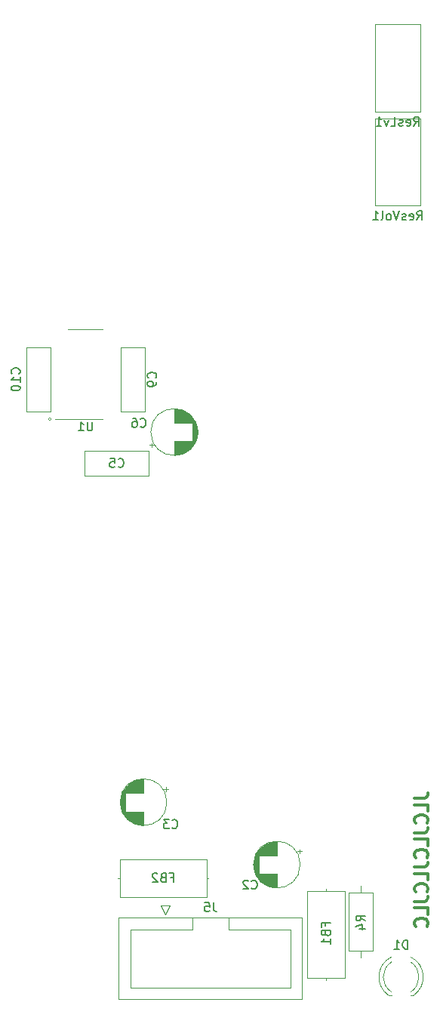
<source format=gbo>
G04 #@! TF.GenerationSoftware,KiCad,Pcbnew,7.0.11-7.0.11~ubuntu22.04.1*
G04 #@! TF.CreationDate,2024-10-19T21:35:02+01:00*
G04 #@! TF.ProjectId,MS20-VCF,4d533230-2d56-4434-962e-6b696361645f,rev?*
G04 #@! TF.SameCoordinates,Original*
G04 #@! TF.FileFunction,Legend,Bot*
G04 #@! TF.FilePolarity,Positive*
%FSLAX46Y46*%
G04 Gerber Fmt 4.6, Leading zero omitted, Abs format (unit mm)*
G04 Created by KiCad (PCBNEW 7.0.11-7.0.11~ubuntu22.04.1) date 2024-10-19 21:35:02*
%MOMM*%
%LPD*%
G01*
G04 APERTURE LIST*
%ADD10C,0.120000*%
%ADD11C,0.300000*%
%ADD12C,0.150000*%
%ADD13C,1.600000*%
%ADD14C,4.000000*%
%ADD15C,1.800000*%
%ADD16R,1.600000X1.600000*%
%ADD17O,1.600000X1.600000*%
%ADD18R,1.930000X1.830000*%
%ADD19C,2.130000*%
%ADD20R,1.500000X1.500000*%
%ADD21C,1.500000*%
%ADD22O,3.700000X2.400000*%
%ADD23R,1.800000X1.800000*%
%ADD24C,2.000000*%
%ADD25O,2.000000X2.000000*%
%ADD26C,1.700000*%
%ADD27C,1.440000*%
G04 APERTURE END LIST*
D10*
X42141421Y-81060000D02*
G75*
G03*
X41858579Y-81060000I-141421J0D01*
G01*
X41858579Y-81060000D02*
G75*
G03*
X42141421Y-81060000I141421J0D01*
G01*
D11*
X82928328Y-123571428D02*
X83999757Y-123571428D01*
X83999757Y-123571428D02*
X84214042Y-123499999D01*
X84214042Y-123499999D02*
X84356900Y-123357142D01*
X84356900Y-123357142D02*
X84428328Y-123142856D01*
X84428328Y-123142856D02*
X84428328Y-122999999D01*
X84428328Y-124999999D02*
X84428328Y-124285713D01*
X84428328Y-124285713D02*
X82928328Y-124285713D01*
X84285471Y-126357142D02*
X84356900Y-126285714D01*
X84356900Y-126285714D02*
X84428328Y-126071428D01*
X84428328Y-126071428D02*
X84428328Y-125928571D01*
X84428328Y-125928571D02*
X84356900Y-125714285D01*
X84356900Y-125714285D02*
X84214042Y-125571428D01*
X84214042Y-125571428D02*
X84071185Y-125499999D01*
X84071185Y-125499999D02*
X83785471Y-125428571D01*
X83785471Y-125428571D02*
X83571185Y-125428571D01*
X83571185Y-125428571D02*
X83285471Y-125499999D01*
X83285471Y-125499999D02*
X83142614Y-125571428D01*
X83142614Y-125571428D02*
X82999757Y-125714285D01*
X82999757Y-125714285D02*
X82928328Y-125928571D01*
X82928328Y-125928571D02*
X82928328Y-126071428D01*
X82928328Y-126071428D02*
X82999757Y-126285714D01*
X82999757Y-126285714D02*
X83071185Y-126357142D01*
X82928328Y-127428571D02*
X83999757Y-127428571D01*
X83999757Y-127428571D02*
X84214042Y-127357142D01*
X84214042Y-127357142D02*
X84356900Y-127214285D01*
X84356900Y-127214285D02*
X84428328Y-126999999D01*
X84428328Y-126999999D02*
X84428328Y-126857142D01*
X84428328Y-128857142D02*
X84428328Y-128142856D01*
X84428328Y-128142856D02*
X82928328Y-128142856D01*
X84285471Y-130214285D02*
X84356900Y-130142857D01*
X84356900Y-130142857D02*
X84428328Y-129928571D01*
X84428328Y-129928571D02*
X84428328Y-129785714D01*
X84428328Y-129785714D02*
X84356900Y-129571428D01*
X84356900Y-129571428D02*
X84214042Y-129428571D01*
X84214042Y-129428571D02*
X84071185Y-129357142D01*
X84071185Y-129357142D02*
X83785471Y-129285714D01*
X83785471Y-129285714D02*
X83571185Y-129285714D01*
X83571185Y-129285714D02*
X83285471Y-129357142D01*
X83285471Y-129357142D02*
X83142614Y-129428571D01*
X83142614Y-129428571D02*
X82999757Y-129571428D01*
X82999757Y-129571428D02*
X82928328Y-129785714D01*
X82928328Y-129785714D02*
X82928328Y-129928571D01*
X82928328Y-129928571D02*
X82999757Y-130142857D01*
X82999757Y-130142857D02*
X83071185Y-130214285D01*
X82928328Y-131285714D02*
X83999757Y-131285714D01*
X83999757Y-131285714D02*
X84214042Y-131214285D01*
X84214042Y-131214285D02*
X84356900Y-131071428D01*
X84356900Y-131071428D02*
X84428328Y-130857142D01*
X84428328Y-130857142D02*
X84428328Y-130714285D01*
X84428328Y-132714285D02*
X84428328Y-131999999D01*
X84428328Y-131999999D02*
X82928328Y-131999999D01*
X84285471Y-134071428D02*
X84356900Y-134000000D01*
X84356900Y-134000000D02*
X84428328Y-133785714D01*
X84428328Y-133785714D02*
X84428328Y-133642857D01*
X84428328Y-133642857D02*
X84356900Y-133428571D01*
X84356900Y-133428571D02*
X84214042Y-133285714D01*
X84214042Y-133285714D02*
X84071185Y-133214285D01*
X84071185Y-133214285D02*
X83785471Y-133142857D01*
X83785471Y-133142857D02*
X83571185Y-133142857D01*
X83571185Y-133142857D02*
X83285471Y-133214285D01*
X83285471Y-133214285D02*
X83142614Y-133285714D01*
X83142614Y-133285714D02*
X82999757Y-133428571D01*
X82999757Y-133428571D02*
X82928328Y-133642857D01*
X82928328Y-133642857D02*
X82928328Y-133785714D01*
X82928328Y-133785714D02*
X82999757Y-134000000D01*
X82999757Y-134000000D02*
X83071185Y-134071428D01*
X82928328Y-135142857D02*
X83999757Y-135142857D01*
X83999757Y-135142857D02*
X84214042Y-135071428D01*
X84214042Y-135071428D02*
X84356900Y-134928571D01*
X84356900Y-134928571D02*
X84428328Y-134714285D01*
X84428328Y-134714285D02*
X84428328Y-134571428D01*
X84428328Y-136571428D02*
X84428328Y-135857142D01*
X84428328Y-135857142D02*
X82928328Y-135857142D01*
X84285471Y-137928571D02*
X84356900Y-137857143D01*
X84356900Y-137857143D02*
X84428328Y-137642857D01*
X84428328Y-137642857D02*
X84428328Y-137500000D01*
X84428328Y-137500000D02*
X84356900Y-137285714D01*
X84356900Y-137285714D02*
X84214042Y-137142857D01*
X84214042Y-137142857D02*
X84071185Y-137071428D01*
X84071185Y-137071428D02*
X83785471Y-137000000D01*
X83785471Y-137000000D02*
X83571185Y-137000000D01*
X83571185Y-137000000D02*
X83285471Y-137071428D01*
X83285471Y-137071428D02*
X83142614Y-137142857D01*
X83142614Y-137142857D02*
X82999757Y-137285714D01*
X82999757Y-137285714D02*
X82928328Y-137500000D01*
X82928328Y-137500000D02*
X82928328Y-137642857D01*
X82928328Y-137642857D02*
X82999757Y-137857143D01*
X82999757Y-137857143D02*
X83071185Y-137928571D01*
D12*
X64616666Y-133659580D02*
X64664285Y-133707200D01*
X64664285Y-133707200D02*
X64807142Y-133754819D01*
X64807142Y-133754819D02*
X64902380Y-133754819D01*
X64902380Y-133754819D02*
X65045237Y-133707200D01*
X65045237Y-133707200D02*
X65140475Y-133611961D01*
X65140475Y-133611961D02*
X65188094Y-133516723D01*
X65188094Y-133516723D02*
X65235713Y-133326247D01*
X65235713Y-133326247D02*
X65235713Y-133183390D01*
X65235713Y-133183390D02*
X65188094Y-132992914D01*
X65188094Y-132992914D02*
X65140475Y-132897676D01*
X65140475Y-132897676D02*
X65045237Y-132802438D01*
X65045237Y-132802438D02*
X64902380Y-132754819D01*
X64902380Y-132754819D02*
X64807142Y-132754819D01*
X64807142Y-132754819D02*
X64664285Y-132802438D01*
X64664285Y-132802438D02*
X64616666Y-132850057D01*
X64235713Y-132850057D02*
X64188094Y-132802438D01*
X64188094Y-132802438D02*
X64092856Y-132754819D01*
X64092856Y-132754819D02*
X63854761Y-132754819D01*
X63854761Y-132754819D02*
X63759523Y-132802438D01*
X63759523Y-132802438D02*
X63711904Y-132850057D01*
X63711904Y-132850057D02*
X63664285Y-132945295D01*
X63664285Y-132945295D02*
X63664285Y-133040533D01*
X63664285Y-133040533D02*
X63711904Y-133183390D01*
X63711904Y-133183390D02*
X64283332Y-133754819D01*
X64283332Y-133754819D02*
X63664285Y-133754819D01*
X55711553Y-126859580D02*
X55759172Y-126907200D01*
X55759172Y-126907200D02*
X55902029Y-126954819D01*
X55902029Y-126954819D02*
X55997267Y-126954819D01*
X55997267Y-126954819D02*
X56140124Y-126907200D01*
X56140124Y-126907200D02*
X56235362Y-126811961D01*
X56235362Y-126811961D02*
X56282981Y-126716723D01*
X56282981Y-126716723D02*
X56330600Y-126526247D01*
X56330600Y-126526247D02*
X56330600Y-126383390D01*
X56330600Y-126383390D02*
X56282981Y-126192914D01*
X56282981Y-126192914D02*
X56235362Y-126097676D01*
X56235362Y-126097676D02*
X56140124Y-126002438D01*
X56140124Y-126002438D02*
X55997267Y-125954819D01*
X55997267Y-125954819D02*
X55902029Y-125954819D01*
X55902029Y-125954819D02*
X55759172Y-126002438D01*
X55759172Y-126002438D02*
X55711553Y-126050057D01*
X55378219Y-125954819D02*
X54759172Y-125954819D01*
X54759172Y-125954819D02*
X55092505Y-126335771D01*
X55092505Y-126335771D02*
X54949648Y-126335771D01*
X54949648Y-126335771D02*
X54854410Y-126383390D01*
X54854410Y-126383390D02*
X54806791Y-126431009D01*
X54806791Y-126431009D02*
X54759172Y-126526247D01*
X54759172Y-126526247D02*
X54759172Y-126764342D01*
X54759172Y-126764342D02*
X54806791Y-126859580D01*
X54806791Y-126859580D02*
X54854410Y-126907200D01*
X54854410Y-126907200D02*
X54949648Y-126954819D01*
X54949648Y-126954819D02*
X55235362Y-126954819D01*
X55235362Y-126954819D02*
X55330600Y-126907200D01*
X55330600Y-126907200D02*
X55378219Y-126859580D01*
X52166666Y-81859580D02*
X52214285Y-81907200D01*
X52214285Y-81907200D02*
X52357142Y-81954819D01*
X52357142Y-81954819D02*
X52452380Y-81954819D01*
X52452380Y-81954819D02*
X52595237Y-81907200D01*
X52595237Y-81907200D02*
X52690475Y-81811961D01*
X52690475Y-81811961D02*
X52738094Y-81716723D01*
X52738094Y-81716723D02*
X52785713Y-81526247D01*
X52785713Y-81526247D02*
X52785713Y-81383390D01*
X52785713Y-81383390D02*
X52738094Y-81192914D01*
X52738094Y-81192914D02*
X52690475Y-81097676D01*
X52690475Y-81097676D02*
X52595237Y-81002438D01*
X52595237Y-81002438D02*
X52452380Y-80954819D01*
X52452380Y-80954819D02*
X52357142Y-80954819D01*
X52357142Y-80954819D02*
X52214285Y-81002438D01*
X52214285Y-81002438D02*
X52166666Y-81050057D01*
X51309523Y-80954819D02*
X51499999Y-80954819D01*
X51499999Y-80954819D02*
X51595237Y-81002438D01*
X51595237Y-81002438D02*
X51642856Y-81050057D01*
X51642856Y-81050057D02*
X51738094Y-81192914D01*
X51738094Y-81192914D02*
X51785713Y-81383390D01*
X51785713Y-81383390D02*
X51785713Y-81764342D01*
X51785713Y-81764342D02*
X51738094Y-81859580D01*
X51738094Y-81859580D02*
X51690475Y-81907200D01*
X51690475Y-81907200D02*
X51595237Y-81954819D01*
X51595237Y-81954819D02*
X51404761Y-81954819D01*
X51404761Y-81954819D02*
X51309523Y-81907200D01*
X51309523Y-81907200D02*
X51261904Y-81859580D01*
X51261904Y-81859580D02*
X51214285Y-81764342D01*
X51214285Y-81764342D02*
X51214285Y-81526247D01*
X51214285Y-81526247D02*
X51261904Y-81431009D01*
X51261904Y-81431009D02*
X51309523Y-81383390D01*
X51309523Y-81383390D02*
X51404761Y-81335771D01*
X51404761Y-81335771D02*
X51595237Y-81335771D01*
X51595237Y-81335771D02*
X51690475Y-81383390D01*
X51690475Y-81383390D02*
X51738094Y-81431009D01*
X51738094Y-81431009D02*
X51785713Y-81526247D01*
X82138094Y-140454819D02*
X82138094Y-139454819D01*
X82138094Y-139454819D02*
X81899999Y-139454819D01*
X81899999Y-139454819D02*
X81757142Y-139502438D01*
X81757142Y-139502438D02*
X81661904Y-139597676D01*
X81661904Y-139597676D02*
X81614285Y-139692914D01*
X81614285Y-139692914D02*
X81566666Y-139883390D01*
X81566666Y-139883390D02*
X81566666Y-140026247D01*
X81566666Y-140026247D02*
X81614285Y-140216723D01*
X81614285Y-140216723D02*
X81661904Y-140311961D01*
X81661904Y-140311961D02*
X81757142Y-140407200D01*
X81757142Y-140407200D02*
X81899999Y-140454819D01*
X81899999Y-140454819D02*
X82138094Y-140454819D01*
X80614285Y-140454819D02*
X81185713Y-140454819D01*
X80899999Y-140454819D02*
X80899999Y-139454819D01*
X80899999Y-139454819D02*
X80995237Y-139597676D01*
X80995237Y-139597676D02*
X81090475Y-139692914D01*
X81090475Y-139692914D02*
X81185713Y-139740533D01*
X55533333Y-132431009D02*
X55866666Y-132431009D01*
X55866666Y-132954819D02*
X55866666Y-131954819D01*
X55866666Y-131954819D02*
X55390476Y-131954819D01*
X54676190Y-132431009D02*
X54533333Y-132478628D01*
X54533333Y-132478628D02*
X54485714Y-132526247D01*
X54485714Y-132526247D02*
X54438095Y-132621485D01*
X54438095Y-132621485D02*
X54438095Y-132764342D01*
X54438095Y-132764342D02*
X54485714Y-132859580D01*
X54485714Y-132859580D02*
X54533333Y-132907200D01*
X54533333Y-132907200D02*
X54628571Y-132954819D01*
X54628571Y-132954819D02*
X55009523Y-132954819D01*
X55009523Y-132954819D02*
X55009523Y-131954819D01*
X55009523Y-131954819D02*
X54676190Y-131954819D01*
X54676190Y-131954819D02*
X54580952Y-132002438D01*
X54580952Y-132002438D02*
X54533333Y-132050057D01*
X54533333Y-132050057D02*
X54485714Y-132145295D01*
X54485714Y-132145295D02*
X54485714Y-132240533D01*
X54485714Y-132240533D02*
X54533333Y-132335771D01*
X54533333Y-132335771D02*
X54580952Y-132383390D01*
X54580952Y-132383390D02*
X54676190Y-132431009D01*
X54676190Y-132431009D02*
X55009523Y-132431009D01*
X54057142Y-132050057D02*
X54009523Y-132002438D01*
X54009523Y-132002438D02*
X53914285Y-131954819D01*
X53914285Y-131954819D02*
X53676190Y-131954819D01*
X53676190Y-131954819D02*
X53580952Y-132002438D01*
X53580952Y-132002438D02*
X53533333Y-132050057D01*
X53533333Y-132050057D02*
X53485714Y-132145295D01*
X53485714Y-132145295D02*
X53485714Y-132240533D01*
X53485714Y-132240533D02*
X53533333Y-132383390D01*
X53533333Y-132383390D02*
X54104761Y-132954819D01*
X54104761Y-132954819D02*
X53485714Y-132954819D01*
X60333333Y-135254819D02*
X60333333Y-135969104D01*
X60333333Y-135969104D02*
X60380952Y-136111961D01*
X60380952Y-136111961D02*
X60476190Y-136207200D01*
X60476190Y-136207200D02*
X60619047Y-136254819D01*
X60619047Y-136254819D02*
X60714285Y-136254819D01*
X59380952Y-135254819D02*
X59857142Y-135254819D01*
X59857142Y-135254819D02*
X59904761Y-135731009D01*
X59904761Y-135731009D02*
X59857142Y-135683390D01*
X59857142Y-135683390D02*
X59761904Y-135635771D01*
X59761904Y-135635771D02*
X59523809Y-135635771D01*
X59523809Y-135635771D02*
X59428571Y-135683390D01*
X59428571Y-135683390D02*
X59380952Y-135731009D01*
X59380952Y-135731009D02*
X59333333Y-135826247D01*
X59333333Y-135826247D02*
X59333333Y-136064342D01*
X59333333Y-136064342D02*
X59380952Y-136159580D01*
X59380952Y-136159580D02*
X59428571Y-136207200D01*
X59428571Y-136207200D02*
X59523809Y-136254819D01*
X59523809Y-136254819D02*
X59761904Y-136254819D01*
X59761904Y-136254819D02*
X59857142Y-136207200D01*
X59857142Y-136207200D02*
X59904761Y-136159580D01*
X82815714Y-48169819D02*
X83149047Y-47693628D01*
X83387142Y-48169819D02*
X83387142Y-47169819D01*
X83387142Y-47169819D02*
X83006190Y-47169819D01*
X83006190Y-47169819D02*
X82910952Y-47217438D01*
X82910952Y-47217438D02*
X82863333Y-47265057D01*
X82863333Y-47265057D02*
X82815714Y-47360295D01*
X82815714Y-47360295D02*
X82815714Y-47503152D01*
X82815714Y-47503152D02*
X82863333Y-47598390D01*
X82863333Y-47598390D02*
X82910952Y-47646009D01*
X82910952Y-47646009D02*
X83006190Y-47693628D01*
X83006190Y-47693628D02*
X83387142Y-47693628D01*
X82006190Y-48122200D02*
X82101428Y-48169819D01*
X82101428Y-48169819D02*
X82291904Y-48169819D01*
X82291904Y-48169819D02*
X82387142Y-48122200D01*
X82387142Y-48122200D02*
X82434761Y-48026961D01*
X82434761Y-48026961D02*
X82434761Y-47646009D01*
X82434761Y-47646009D02*
X82387142Y-47550771D01*
X82387142Y-47550771D02*
X82291904Y-47503152D01*
X82291904Y-47503152D02*
X82101428Y-47503152D01*
X82101428Y-47503152D02*
X82006190Y-47550771D01*
X82006190Y-47550771D02*
X81958571Y-47646009D01*
X81958571Y-47646009D02*
X81958571Y-47741247D01*
X81958571Y-47741247D02*
X82434761Y-47836485D01*
X81577618Y-48122200D02*
X81482380Y-48169819D01*
X81482380Y-48169819D02*
X81291904Y-48169819D01*
X81291904Y-48169819D02*
X81196666Y-48122200D01*
X81196666Y-48122200D02*
X81149047Y-48026961D01*
X81149047Y-48026961D02*
X81149047Y-47979342D01*
X81149047Y-47979342D02*
X81196666Y-47884104D01*
X81196666Y-47884104D02*
X81291904Y-47836485D01*
X81291904Y-47836485D02*
X81434761Y-47836485D01*
X81434761Y-47836485D02*
X81529999Y-47788866D01*
X81529999Y-47788866D02*
X81577618Y-47693628D01*
X81577618Y-47693628D02*
X81577618Y-47646009D01*
X81577618Y-47646009D02*
X81529999Y-47550771D01*
X81529999Y-47550771D02*
X81434761Y-47503152D01*
X81434761Y-47503152D02*
X81291904Y-47503152D01*
X81291904Y-47503152D02*
X81196666Y-47550771D01*
X80244285Y-48169819D02*
X80720475Y-48169819D01*
X80720475Y-48169819D02*
X80720475Y-47169819D01*
X80006189Y-47503152D02*
X79768094Y-48169819D01*
X79768094Y-48169819D02*
X79529999Y-47503152D01*
X78625237Y-48169819D02*
X79196665Y-48169819D01*
X78910951Y-48169819D02*
X78910951Y-47169819D01*
X78910951Y-47169819D02*
X79006189Y-47312676D01*
X79006189Y-47312676D02*
X79101427Y-47407914D01*
X79101427Y-47407914D02*
X79196665Y-47455533D01*
X83172857Y-58709819D02*
X83506190Y-58233628D01*
X83744285Y-58709819D02*
X83744285Y-57709819D01*
X83744285Y-57709819D02*
X83363333Y-57709819D01*
X83363333Y-57709819D02*
X83268095Y-57757438D01*
X83268095Y-57757438D02*
X83220476Y-57805057D01*
X83220476Y-57805057D02*
X83172857Y-57900295D01*
X83172857Y-57900295D02*
X83172857Y-58043152D01*
X83172857Y-58043152D02*
X83220476Y-58138390D01*
X83220476Y-58138390D02*
X83268095Y-58186009D01*
X83268095Y-58186009D02*
X83363333Y-58233628D01*
X83363333Y-58233628D02*
X83744285Y-58233628D01*
X82363333Y-58662200D02*
X82458571Y-58709819D01*
X82458571Y-58709819D02*
X82649047Y-58709819D01*
X82649047Y-58709819D02*
X82744285Y-58662200D01*
X82744285Y-58662200D02*
X82791904Y-58566961D01*
X82791904Y-58566961D02*
X82791904Y-58186009D01*
X82791904Y-58186009D02*
X82744285Y-58090771D01*
X82744285Y-58090771D02*
X82649047Y-58043152D01*
X82649047Y-58043152D02*
X82458571Y-58043152D01*
X82458571Y-58043152D02*
X82363333Y-58090771D01*
X82363333Y-58090771D02*
X82315714Y-58186009D01*
X82315714Y-58186009D02*
X82315714Y-58281247D01*
X82315714Y-58281247D02*
X82791904Y-58376485D01*
X81934761Y-58662200D02*
X81839523Y-58709819D01*
X81839523Y-58709819D02*
X81649047Y-58709819D01*
X81649047Y-58709819D02*
X81553809Y-58662200D01*
X81553809Y-58662200D02*
X81506190Y-58566961D01*
X81506190Y-58566961D02*
X81506190Y-58519342D01*
X81506190Y-58519342D02*
X81553809Y-58424104D01*
X81553809Y-58424104D02*
X81649047Y-58376485D01*
X81649047Y-58376485D02*
X81791904Y-58376485D01*
X81791904Y-58376485D02*
X81887142Y-58328866D01*
X81887142Y-58328866D02*
X81934761Y-58233628D01*
X81934761Y-58233628D02*
X81934761Y-58186009D01*
X81934761Y-58186009D02*
X81887142Y-58090771D01*
X81887142Y-58090771D02*
X81791904Y-58043152D01*
X81791904Y-58043152D02*
X81649047Y-58043152D01*
X81649047Y-58043152D02*
X81553809Y-58090771D01*
X81220475Y-57709819D02*
X80887142Y-58709819D01*
X80887142Y-58709819D02*
X80553809Y-57709819D01*
X80077618Y-58709819D02*
X80172856Y-58662200D01*
X80172856Y-58662200D02*
X80220475Y-58614580D01*
X80220475Y-58614580D02*
X80268094Y-58519342D01*
X80268094Y-58519342D02*
X80268094Y-58233628D01*
X80268094Y-58233628D02*
X80220475Y-58138390D01*
X80220475Y-58138390D02*
X80172856Y-58090771D01*
X80172856Y-58090771D02*
X80077618Y-58043152D01*
X80077618Y-58043152D02*
X79934761Y-58043152D01*
X79934761Y-58043152D02*
X79839523Y-58090771D01*
X79839523Y-58090771D02*
X79791904Y-58138390D01*
X79791904Y-58138390D02*
X79744285Y-58233628D01*
X79744285Y-58233628D02*
X79744285Y-58519342D01*
X79744285Y-58519342D02*
X79791904Y-58614580D01*
X79791904Y-58614580D02*
X79839523Y-58662200D01*
X79839523Y-58662200D02*
X79934761Y-58709819D01*
X79934761Y-58709819D02*
X80077618Y-58709819D01*
X79172856Y-58709819D02*
X79268094Y-58662200D01*
X79268094Y-58662200D02*
X79315713Y-58566961D01*
X79315713Y-58566961D02*
X79315713Y-57709819D01*
X78268094Y-58709819D02*
X78839522Y-58709819D01*
X78553808Y-58709819D02*
X78553808Y-57709819D01*
X78553808Y-57709819D02*
X78649046Y-57852676D01*
X78649046Y-57852676D02*
X78744284Y-57947914D01*
X78744284Y-57947914D02*
X78839522Y-57995533D01*
X77354819Y-137313333D02*
X76878628Y-136980000D01*
X77354819Y-136741905D02*
X76354819Y-136741905D01*
X76354819Y-136741905D02*
X76354819Y-137122857D01*
X76354819Y-137122857D02*
X76402438Y-137218095D01*
X76402438Y-137218095D02*
X76450057Y-137265714D01*
X76450057Y-137265714D02*
X76545295Y-137313333D01*
X76545295Y-137313333D02*
X76688152Y-137313333D01*
X76688152Y-137313333D02*
X76783390Y-137265714D01*
X76783390Y-137265714D02*
X76831009Y-137218095D01*
X76831009Y-137218095D02*
X76878628Y-137122857D01*
X76878628Y-137122857D02*
X76878628Y-136741905D01*
X76688152Y-138170476D02*
X77354819Y-138170476D01*
X76307200Y-137932381D02*
X77021485Y-137694286D01*
X77021485Y-137694286D02*
X77021485Y-138313333D01*
X72931009Y-137866666D02*
X72931009Y-137533333D01*
X73454819Y-137533333D02*
X72454819Y-137533333D01*
X72454819Y-137533333D02*
X72454819Y-138009523D01*
X72931009Y-138723809D02*
X72978628Y-138866666D01*
X72978628Y-138866666D02*
X73026247Y-138914285D01*
X73026247Y-138914285D02*
X73121485Y-138961904D01*
X73121485Y-138961904D02*
X73264342Y-138961904D01*
X73264342Y-138961904D02*
X73359580Y-138914285D01*
X73359580Y-138914285D02*
X73407200Y-138866666D01*
X73407200Y-138866666D02*
X73454819Y-138771428D01*
X73454819Y-138771428D02*
X73454819Y-138390476D01*
X73454819Y-138390476D02*
X72454819Y-138390476D01*
X72454819Y-138390476D02*
X72454819Y-138723809D01*
X72454819Y-138723809D02*
X72502438Y-138819047D01*
X72502438Y-138819047D02*
X72550057Y-138866666D01*
X72550057Y-138866666D02*
X72645295Y-138914285D01*
X72645295Y-138914285D02*
X72740533Y-138914285D01*
X72740533Y-138914285D02*
X72835771Y-138866666D01*
X72835771Y-138866666D02*
X72883390Y-138819047D01*
X72883390Y-138819047D02*
X72931009Y-138723809D01*
X72931009Y-138723809D02*
X72931009Y-138390476D01*
X73454819Y-139914285D02*
X73454819Y-139342857D01*
X73454819Y-139628571D02*
X72454819Y-139628571D01*
X72454819Y-139628571D02*
X72597676Y-139533333D01*
X72597676Y-139533333D02*
X72692914Y-139438095D01*
X72692914Y-139438095D02*
X72740533Y-139342857D01*
X46761904Y-81354819D02*
X46761904Y-82164342D01*
X46761904Y-82164342D02*
X46714285Y-82259580D01*
X46714285Y-82259580D02*
X46666666Y-82307200D01*
X46666666Y-82307200D02*
X46571428Y-82354819D01*
X46571428Y-82354819D02*
X46380952Y-82354819D01*
X46380952Y-82354819D02*
X46285714Y-82307200D01*
X46285714Y-82307200D02*
X46238095Y-82259580D01*
X46238095Y-82259580D02*
X46190476Y-82164342D01*
X46190476Y-82164342D02*
X46190476Y-81354819D01*
X45190476Y-82354819D02*
X45761904Y-82354819D01*
X45476190Y-82354819D02*
X45476190Y-81354819D01*
X45476190Y-81354819D02*
X45571428Y-81497676D01*
X45571428Y-81497676D02*
X45666666Y-81592914D01*
X45666666Y-81592914D02*
X45761904Y-81640533D01*
X49666666Y-86359580D02*
X49714285Y-86407200D01*
X49714285Y-86407200D02*
X49857142Y-86454819D01*
X49857142Y-86454819D02*
X49952380Y-86454819D01*
X49952380Y-86454819D02*
X50095237Y-86407200D01*
X50095237Y-86407200D02*
X50190475Y-86311961D01*
X50190475Y-86311961D02*
X50238094Y-86216723D01*
X50238094Y-86216723D02*
X50285713Y-86026247D01*
X50285713Y-86026247D02*
X50285713Y-85883390D01*
X50285713Y-85883390D02*
X50238094Y-85692914D01*
X50238094Y-85692914D02*
X50190475Y-85597676D01*
X50190475Y-85597676D02*
X50095237Y-85502438D01*
X50095237Y-85502438D02*
X49952380Y-85454819D01*
X49952380Y-85454819D02*
X49857142Y-85454819D01*
X49857142Y-85454819D02*
X49714285Y-85502438D01*
X49714285Y-85502438D02*
X49666666Y-85550057D01*
X48761904Y-85454819D02*
X49238094Y-85454819D01*
X49238094Y-85454819D02*
X49285713Y-85931009D01*
X49285713Y-85931009D02*
X49238094Y-85883390D01*
X49238094Y-85883390D02*
X49142856Y-85835771D01*
X49142856Y-85835771D02*
X48904761Y-85835771D01*
X48904761Y-85835771D02*
X48809523Y-85883390D01*
X48809523Y-85883390D02*
X48761904Y-85931009D01*
X48761904Y-85931009D02*
X48714285Y-86026247D01*
X48714285Y-86026247D02*
X48714285Y-86264342D01*
X48714285Y-86264342D02*
X48761904Y-86359580D01*
X48761904Y-86359580D02*
X48809523Y-86407200D01*
X48809523Y-86407200D02*
X48904761Y-86454819D01*
X48904761Y-86454819D02*
X49142856Y-86454819D01*
X49142856Y-86454819D02*
X49238094Y-86407200D01*
X49238094Y-86407200D02*
X49285713Y-86359580D01*
X53859580Y-76433333D02*
X53907200Y-76385714D01*
X53907200Y-76385714D02*
X53954819Y-76242857D01*
X53954819Y-76242857D02*
X53954819Y-76147619D01*
X53954819Y-76147619D02*
X53907200Y-76004762D01*
X53907200Y-76004762D02*
X53811961Y-75909524D01*
X53811961Y-75909524D02*
X53716723Y-75861905D01*
X53716723Y-75861905D02*
X53526247Y-75814286D01*
X53526247Y-75814286D02*
X53383390Y-75814286D01*
X53383390Y-75814286D02*
X53192914Y-75861905D01*
X53192914Y-75861905D02*
X53097676Y-75909524D01*
X53097676Y-75909524D02*
X53002438Y-76004762D01*
X53002438Y-76004762D02*
X52954819Y-76147619D01*
X52954819Y-76147619D02*
X52954819Y-76242857D01*
X52954819Y-76242857D02*
X53002438Y-76385714D01*
X53002438Y-76385714D02*
X53050057Y-76433333D01*
X53954819Y-76909524D02*
X53954819Y-77100000D01*
X53954819Y-77100000D02*
X53907200Y-77195238D01*
X53907200Y-77195238D02*
X53859580Y-77242857D01*
X53859580Y-77242857D02*
X53716723Y-77338095D01*
X53716723Y-77338095D02*
X53526247Y-77385714D01*
X53526247Y-77385714D02*
X53145295Y-77385714D01*
X53145295Y-77385714D02*
X53050057Y-77338095D01*
X53050057Y-77338095D02*
X53002438Y-77290476D01*
X53002438Y-77290476D02*
X52954819Y-77195238D01*
X52954819Y-77195238D02*
X52954819Y-77004762D01*
X52954819Y-77004762D02*
X53002438Y-76909524D01*
X53002438Y-76909524D02*
X53050057Y-76861905D01*
X53050057Y-76861905D02*
X53145295Y-76814286D01*
X53145295Y-76814286D02*
X53383390Y-76814286D01*
X53383390Y-76814286D02*
X53478628Y-76861905D01*
X53478628Y-76861905D02*
X53526247Y-76909524D01*
X53526247Y-76909524D02*
X53573866Y-77004762D01*
X53573866Y-77004762D02*
X53573866Y-77195238D01*
X53573866Y-77195238D02*
X53526247Y-77290476D01*
X53526247Y-77290476D02*
X53478628Y-77338095D01*
X53478628Y-77338095D02*
X53383390Y-77385714D01*
X38559580Y-75957142D02*
X38607200Y-75909523D01*
X38607200Y-75909523D02*
X38654819Y-75766666D01*
X38654819Y-75766666D02*
X38654819Y-75671428D01*
X38654819Y-75671428D02*
X38607200Y-75528571D01*
X38607200Y-75528571D02*
X38511961Y-75433333D01*
X38511961Y-75433333D02*
X38416723Y-75385714D01*
X38416723Y-75385714D02*
X38226247Y-75338095D01*
X38226247Y-75338095D02*
X38083390Y-75338095D01*
X38083390Y-75338095D02*
X37892914Y-75385714D01*
X37892914Y-75385714D02*
X37797676Y-75433333D01*
X37797676Y-75433333D02*
X37702438Y-75528571D01*
X37702438Y-75528571D02*
X37654819Y-75671428D01*
X37654819Y-75671428D02*
X37654819Y-75766666D01*
X37654819Y-75766666D02*
X37702438Y-75909523D01*
X37702438Y-75909523D02*
X37750057Y-75957142D01*
X38654819Y-76909523D02*
X38654819Y-76338095D01*
X38654819Y-76623809D02*
X37654819Y-76623809D01*
X37654819Y-76623809D02*
X37797676Y-76528571D01*
X37797676Y-76528571D02*
X37892914Y-76433333D01*
X37892914Y-76433333D02*
X37940533Y-76338095D01*
X37654819Y-77528571D02*
X37654819Y-77623809D01*
X37654819Y-77623809D02*
X37702438Y-77719047D01*
X37702438Y-77719047D02*
X37750057Y-77766666D01*
X37750057Y-77766666D02*
X37845295Y-77814285D01*
X37845295Y-77814285D02*
X38035771Y-77861904D01*
X38035771Y-77861904D02*
X38273866Y-77861904D01*
X38273866Y-77861904D02*
X38464342Y-77814285D01*
X38464342Y-77814285D02*
X38559580Y-77766666D01*
X38559580Y-77766666D02*
X38607200Y-77719047D01*
X38607200Y-77719047D02*
X38654819Y-77623809D01*
X38654819Y-77623809D02*
X38654819Y-77528571D01*
X38654819Y-77528571D02*
X38607200Y-77433333D01*
X38607200Y-77433333D02*
X38559580Y-77385714D01*
X38559580Y-77385714D02*
X38464342Y-77338095D01*
X38464342Y-77338095D02*
X38273866Y-77290476D01*
X38273866Y-77290476D02*
X38035771Y-77290476D01*
X38035771Y-77290476D02*
X37845295Y-77338095D01*
X37845295Y-77338095D02*
X37750057Y-77385714D01*
X37750057Y-77385714D02*
X37702438Y-77433333D01*
X37702438Y-77433333D02*
X37654819Y-77528571D01*
D10*
X66534112Y-132040000D02*
X66534112Y-133414000D01*
X66174112Y-132040000D02*
X66174112Y-133247000D01*
X66654112Y-128545000D02*
X66654112Y-129960000D01*
X65494112Y-129301000D02*
X65494112Y-129960000D01*
X70009887Y-129275000D02*
X70009887Y-129775000D01*
X67255112Y-128427000D02*
X67255112Y-129960000D01*
X66014112Y-132040000D02*
X66014112Y-133149000D01*
X65094112Y-129902000D02*
X65094112Y-132098000D01*
X65374112Y-129446000D02*
X65374112Y-132554000D01*
X66374112Y-128652000D02*
X66374112Y-129960000D01*
X64974112Y-130195000D02*
X64974112Y-131805000D01*
X66855112Y-128489000D02*
X66855112Y-129960000D01*
X66614112Y-128558000D02*
X66614112Y-129960000D01*
X67015112Y-128457000D02*
X67015112Y-129960000D01*
X65534112Y-129257000D02*
X65534112Y-129960000D01*
X64894112Y-130482000D02*
X64894112Y-131518000D01*
X65454112Y-129347000D02*
X65454112Y-129960000D01*
X65574112Y-132040000D02*
X65574112Y-132785000D01*
X67015112Y-132040000D02*
X67015112Y-133543000D01*
X67455112Y-128420000D02*
X67455112Y-129960000D01*
X66454112Y-128618000D02*
X66454112Y-129960000D01*
X66294112Y-128690000D02*
X66294112Y-129960000D01*
X67095112Y-132040000D02*
X67095112Y-133556000D01*
X65454112Y-132040000D02*
X65454112Y-132653000D01*
X65254112Y-129617000D02*
X65254112Y-132383000D01*
X65854112Y-128965000D02*
X65854112Y-129960000D01*
X67415112Y-128420000D02*
X67415112Y-129960000D01*
X67415112Y-132040000D02*
X67415112Y-133580000D01*
X65294112Y-129557000D02*
X65294112Y-132443000D01*
X66254112Y-128710000D02*
X66254112Y-129960000D01*
X67295112Y-132040000D02*
X67295112Y-133576000D01*
X66334112Y-128671000D02*
X66334112Y-129960000D01*
X65534112Y-132040000D02*
X65534112Y-132743000D01*
X66815112Y-128499000D02*
X66815112Y-129960000D01*
X67295112Y-128424000D02*
X67295112Y-129960000D01*
X66574112Y-128572000D02*
X66574112Y-129960000D01*
X65774112Y-132040000D02*
X65774112Y-132971000D01*
X65334112Y-129500000D02*
X65334112Y-132500000D01*
X66895112Y-128480000D02*
X66895112Y-129960000D01*
X66895112Y-132040000D02*
X66895112Y-133520000D01*
X67215112Y-132040000D02*
X67215112Y-133569000D01*
X66775112Y-132040000D02*
X66775112Y-133491000D01*
X66374112Y-132040000D02*
X66374112Y-133348000D01*
X67175112Y-132040000D02*
X67175112Y-133565000D01*
X66134112Y-128776000D02*
X66134112Y-129960000D01*
X65934112Y-128905000D02*
X65934112Y-129960000D01*
X66134112Y-132040000D02*
X66134112Y-133224000D01*
X64854112Y-130716000D02*
X64854112Y-131284000D01*
X67055112Y-132040000D02*
X67055112Y-133550000D01*
X67335112Y-128422000D02*
X67335112Y-129960000D01*
X66734112Y-132040000D02*
X66734112Y-133480000D01*
X66694112Y-128532000D02*
X66694112Y-129960000D01*
X66054112Y-128825000D02*
X66054112Y-129960000D01*
X67135112Y-128439000D02*
X67135112Y-129960000D01*
X67375112Y-128421000D02*
X67375112Y-129960000D01*
X66654112Y-132040000D02*
X66654112Y-133455000D01*
X65174112Y-129749000D02*
X65174112Y-132251000D01*
X66014112Y-128851000D02*
X66014112Y-129960000D01*
X66174112Y-128753000D02*
X66174112Y-129960000D01*
X65134112Y-129822000D02*
X65134112Y-132178000D01*
X65774112Y-129029000D02*
X65774112Y-129960000D01*
X66414112Y-132040000D02*
X66414112Y-133365000D01*
X65894112Y-128935000D02*
X65894112Y-129960000D01*
X65694112Y-132040000D02*
X65694112Y-132901000D01*
X66414112Y-128635000D02*
X66414112Y-129960000D01*
X66935112Y-132040000D02*
X66935112Y-133528000D01*
X67255112Y-132040000D02*
X67255112Y-133573000D01*
X66094112Y-128800000D02*
X66094112Y-129960000D01*
X65214112Y-129681000D02*
X65214112Y-132319000D01*
X66214112Y-128732000D02*
X66214112Y-129960000D01*
X65654112Y-129136000D02*
X65654112Y-129960000D01*
X66494112Y-132040000D02*
X66494112Y-133398000D01*
X65614112Y-132040000D02*
X65614112Y-132826000D01*
X66454112Y-132040000D02*
X66454112Y-133382000D01*
X66815112Y-132040000D02*
X66815112Y-133501000D01*
X66574112Y-132040000D02*
X66574112Y-133428000D01*
X67095112Y-128444000D02*
X67095112Y-129960000D01*
X67135112Y-132040000D02*
X67135112Y-133561000D01*
X65494112Y-132040000D02*
X65494112Y-132699000D01*
X67055112Y-128450000D02*
X67055112Y-129960000D01*
X67335112Y-132040000D02*
X67335112Y-133578000D01*
X67455112Y-132040000D02*
X67455112Y-133580000D01*
X66334112Y-132040000D02*
X66334112Y-133329000D01*
X65614112Y-129174000D02*
X65614112Y-129960000D01*
X65934112Y-132040000D02*
X65934112Y-133095000D01*
X65894112Y-132040000D02*
X65894112Y-133065000D01*
X66054112Y-132040000D02*
X66054112Y-133175000D01*
X65974112Y-128878000D02*
X65974112Y-129960000D01*
X65974112Y-132040000D02*
X65974112Y-133122000D01*
X66094112Y-132040000D02*
X66094112Y-133200000D01*
X65854112Y-132040000D02*
X65854112Y-133035000D01*
X66855112Y-132040000D02*
X66855112Y-133511000D01*
X66214112Y-132040000D02*
X66214112Y-133268000D01*
X65574112Y-129215000D02*
X65574112Y-129960000D01*
X66734112Y-128520000D02*
X66734112Y-129960000D01*
X65414112Y-129395000D02*
X65414112Y-132605000D01*
X66494112Y-128602000D02*
X66494112Y-129960000D01*
X65054112Y-129989000D02*
X65054112Y-132011000D01*
X66975112Y-128464000D02*
X66975112Y-129960000D01*
X65814112Y-128996000D02*
X65814112Y-129960000D01*
X70259887Y-129525000D02*
X69759887Y-129525000D01*
X65654112Y-132040000D02*
X65654112Y-132864000D01*
X67175112Y-128435000D02*
X67175112Y-129960000D01*
X65734112Y-129063000D02*
X65734112Y-129960000D01*
X66254112Y-132040000D02*
X66254112Y-133290000D01*
X65734112Y-132040000D02*
X65734112Y-132937000D01*
X65014112Y-130085000D02*
X65014112Y-131915000D01*
X64934112Y-130323000D02*
X64934112Y-131677000D01*
X65814112Y-132040000D02*
X65814112Y-133004000D01*
X66935112Y-128472000D02*
X66935112Y-129960000D01*
X67215112Y-128431000D02*
X67215112Y-129960000D01*
X67375112Y-132040000D02*
X67375112Y-133579000D01*
X66534112Y-128586000D02*
X66534112Y-129960000D01*
X66614112Y-132040000D02*
X66614112Y-133442000D01*
X66975112Y-132040000D02*
X66975112Y-133536000D01*
X66694112Y-132040000D02*
X66694112Y-133468000D01*
X66294112Y-132040000D02*
X66294112Y-133310000D01*
X66775112Y-128509000D02*
X66775112Y-129960000D01*
X65694112Y-129099000D02*
X65694112Y-129960000D01*
X70075112Y-131000000D02*
G75*
G03*
X64835112Y-131000000I-2620000J0D01*
G01*
X64835112Y-131000000D02*
G75*
G03*
X70075112Y-131000000I2620000J0D01*
G01*
X51099000Y-125040000D02*
X51099000Y-126175000D01*
X52500000Y-125040000D02*
X52500000Y-126580000D01*
X50299000Y-122617000D02*
X50299000Y-125383000D01*
X52380000Y-121422000D02*
X52380000Y-122960000D01*
X52300000Y-121427000D02*
X52300000Y-122960000D01*
X51579000Y-125040000D02*
X51579000Y-126414000D01*
X50859000Y-121996000D02*
X50859000Y-122960000D01*
X50259000Y-122681000D02*
X50259000Y-125319000D01*
X50939000Y-125040000D02*
X50939000Y-126065000D01*
X50699000Y-122136000D02*
X50699000Y-122960000D01*
X49939000Y-123482000D02*
X49939000Y-124518000D01*
X51900000Y-125040000D02*
X51900000Y-126511000D01*
X51179000Y-121776000D02*
X51179000Y-122960000D01*
X50139000Y-122902000D02*
X50139000Y-125098000D01*
X51659000Y-121558000D02*
X51659000Y-122960000D01*
X51299000Y-125040000D02*
X51299000Y-126290000D01*
X51259000Y-121732000D02*
X51259000Y-122960000D01*
X52380000Y-125040000D02*
X52380000Y-126578000D01*
X50499000Y-122347000D02*
X50499000Y-122960000D01*
X51860000Y-121499000D02*
X51860000Y-122960000D01*
X50979000Y-125040000D02*
X50979000Y-126095000D01*
X50819000Y-125040000D02*
X50819000Y-125971000D01*
X50059000Y-123085000D02*
X50059000Y-124915000D01*
X51139000Y-125040000D02*
X51139000Y-126200000D01*
X50899000Y-121965000D02*
X50899000Y-122960000D01*
X52420000Y-125040000D02*
X52420000Y-126579000D01*
X50859000Y-125040000D02*
X50859000Y-126004000D01*
X50499000Y-125040000D02*
X50499000Y-125653000D01*
X52460000Y-125040000D02*
X52460000Y-126580000D01*
X52460000Y-121420000D02*
X52460000Y-122960000D01*
X51779000Y-121520000D02*
X51779000Y-122960000D01*
X51019000Y-125040000D02*
X51019000Y-126122000D01*
X50379000Y-122500000D02*
X50379000Y-125500000D01*
X50739000Y-125040000D02*
X50739000Y-125901000D01*
X52180000Y-121439000D02*
X52180000Y-122960000D01*
X51379000Y-125040000D02*
X51379000Y-126329000D01*
X50779000Y-122063000D02*
X50779000Y-122960000D01*
X51820000Y-121509000D02*
X51820000Y-122960000D01*
X50219000Y-122749000D02*
X50219000Y-125251000D01*
X50939000Y-121935000D02*
X50939000Y-122960000D01*
X51659000Y-125040000D02*
X51659000Y-126442000D01*
X50899000Y-125040000D02*
X50899000Y-126035000D01*
X50739000Y-122099000D02*
X50739000Y-122960000D01*
X50819000Y-122029000D02*
X50819000Y-122960000D01*
X51900000Y-121489000D02*
X51900000Y-122960000D01*
X52260000Y-121431000D02*
X52260000Y-122960000D01*
X50099000Y-122989000D02*
X50099000Y-125011000D01*
X52340000Y-125040000D02*
X52340000Y-126576000D01*
X49899000Y-123716000D02*
X49899000Y-124284000D01*
X52060000Y-125040000D02*
X52060000Y-126543000D01*
X52220000Y-125040000D02*
X52220000Y-126565000D01*
X55304775Y-122525000D02*
X54804775Y-122525000D01*
X51739000Y-121532000D02*
X51739000Y-122960000D01*
X50019000Y-123195000D02*
X50019000Y-124805000D01*
X50619000Y-125040000D02*
X50619000Y-125785000D01*
X51699000Y-125040000D02*
X51699000Y-126455000D01*
X52140000Y-121444000D02*
X52140000Y-122960000D01*
X51219000Y-121753000D02*
X51219000Y-122960000D01*
X50659000Y-122174000D02*
X50659000Y-122960000D01*
X50699000Y-125040000D02*
X50699000Y-125864000D01*
X51019000Y-121878000D02*
X51019000Y-122960000D01*
X50659000Y-125040000D02*
X50659000Y-125826000D01*
X50579000Y-125040000D02*
X50579000Y-125743000D01*
X51459000Y-125040000D02*
X51459000Y-126365000D01*
X52500000Y-121420000D02*
X52500000Y-122960000D01*
X51739000Y-125040000D02*
X51739000Y-126468000D01*
X52100000Y-121450000D02*
X52100000Y-122960000D01*
X51299000Y-121710000D02*
X51299000Y-122960000D01*
X52060000Y-121457000D02*
X52060000Y-122960000D01*
X51459000Y-121635000D02*
X51459000Y-122960000D01*
X51259000Y-125040000D02*
X51259000Y-126268000D01*
X55054775Y-122275000D02*
X55054775Y-122775000D01*
X51940000Y-125040000D02*
X51940000Y-126520000D01*
X52180000Y-125040000D02*
X52180000Y-126561000D01*
X52140000Y-125040000D02*
X52140000Y-126556000D01*
X51419000Y-125040000D02*
X51419000Y-126348000D01*
X51579000Y-121586000D02*
X51579000Y-122960000D01*
X50539000Y-122301000D02*
X50539000Y-122960000D01*
X50339000Y-122557000D02*
X50339000Y-125443000D01*
X50539000Y-125040000D02*
X50539000Y-125699000D01*
X50179000Y-122822000D02*
X50179000Y-125178000D01*
X51499000Y-121618000D02*
X51499000Y-122960000D01*
X51059000Y-125040000D02*
X51059000Y-126149000D01*
X51059000Y-121851000D02*
X51059000Y-122960000D01*
X50619000Y-122215000D02*
X50619000Y-122960000D01*
X52300000Y-125040000D02*
X52300000Y-126573000D01*
X51940000Y-121480000D02*
X51940000Y-122960000D01*
X50579000Y-122257000D02*
X50579000Y-122960000D01*
X51619000Y-125040000D02*
X51619000Y-126428000D01*
X51419000Y-121652000D02*
X51419000Y-122960000D01*
X51539000Y-121602000D02*
X51539000Y-122960000D01*
X50459000Y-122395000D02*
X50459000Y-125605000D01*
X51820000Y-125040000D02*
X51820000Y-126491000D01*
X52420000Y-121421000D02*
X52420000Y-122960000D01*
X52340000Y-121424000D02*
X52340000Y-122960000D01*
X49979000Y-123323000D02*
X49979000Y-124677000D01*
X50779000Y-125040000D02*
X50779000Y-125937000D01*
X51980000Y-121472000D02*
X51980000Y-122960000D01*
X51099000Y-121825000D02*
X51099000Y-122960000D01*
X51339000Y-125040000D02*
X51339000Y-126310000D01*
X52220000Y-121435000D02*
X52220000Y-122960000D01*
X51860000Y-125040000D02*
X51860000Y-126501000D01*
X52020000Y-125040000D02*
X52020000Y-126536000D01*
X52020000Y-121464000D02*
X52020000Y-122960000D01*
X52100000Y-125040000D02*
X52100000Y-126550000D01*
X50419000Y-122446000D02*
X50419000Y-125554000D01*
X51139000Y-121800000D02*
X51139000Y-122960000D01*
X51379000Y-121671000D02*
X51379000Y-122960000D01*
X51779000Y-125040000D02*
X51779000Y-126480000D01*
X52260000Y-125040000D02*
X52260000Y-126569000D01*
X51339000Y-121690000D02*
X51339000Y-122960000D01*
X50979000Y-121905000D02*
X50979000Y-122960000D01*
X51179000Y-125040000D02*
X51179000Y-126224000D01*
X51699000Y-121545000D02*
X51699000Y-122960000D01*
X51619000Y-121572000D02*
X51619000Y-122960000D01*
X51219000Y-125040000D02*
X51219000Y-126247000D01*
X51539000Y-125040000D02*
X51539000Y-126398000D01*
X51980000Y-125040000D02*
X51980000Y-126528000D01*
X51499000Y-125040000D02*
X51499000Y-126382000D01*
X55120000Y-124000000D02*
G75*
G03*
X49880000Y-124000000I-2620000J0D01*
G01*
X49880000Y-124000000D02*
G75*
G03*
X55120000Y-124000000I2620000J0D01*
G01*
X57345888Y-84675000D02*
X57345888Y-83540000D01*
X56104888Y-81460000D02*
X56104888Y-79924000D01*
X57825888Y-84285000D02*
X57825888Y-83540000D01*
X56304888Y-85056000D02*
X56304888Y-83540000D01*
X57025888Y-84848000D02*
X57025888Y-83540000D01*
X56584888Y-81460000D02*
X56584888Y-79999000D01*
X56544888Y-85011000D02*
X56544888Y-83540000D01*
X58545888Y-82784000D02*
X58545888Y-82216000D01*
X57705888Y-81460000D02*
X57705888Y-80599000D01*
X56344888Y-85050000D02*
X56344888Y-83540000D01*
X56464888Y-85028000D02*
X56464888Y-83540000D01*
X57505888Y-81460000D02*
X57505888Y-80435000D01*
X57825888Y-81460000D02*
X57825888Y-80715000D01*
X56825888Y-81460000D02*
X56825888Y-80072000D01*
X57225888Y-81460000D02*
X57225888Y-80253000D01*
X56424888Y-85036000D02*
X56424888Y-83540000D01*
X56945888Y-84882000D02*
X56945888Y-83540000D01*
X57185888Y-84768000D02*
X57185888Y-83540000D01*
X56504888Y-85020000D02*
X56504888Y-83540000D01*
X56985888Y-81460000D02*
X56985888Y-80135000D01*
X57145888Y-84790000D02*
X57145888Y-83540000D01*
X56104888Y-85076000D02*
X56104888Y-83540000D01*
X57345888Y-81460000D02*
X57345888Y-80325000D01*
X56264888Y-85061000D02*
X56264888Y-83540000D01*
X57065888Y-84829000D02*
X57065888Y-83540000D01*
X57025888Y-81460000D02*
X57025888Y-80152000D01*
X55984888Y-85080000D02*
X55984888Y-83540000D01*
X57785888Y-81460000D02*
X57785888Y-80674000D01*
X56785888Y-84942000D02*
X56785888Y-83540000D01*
X57665888Y-84437000D02*
X57665888Y-83540000D01*
X57265888Y-81460000D02*
X57265888Y-80276000D01*
X56905888Y-84898000D02*
X56905888Y-83540000D01*
X57385888Y-84649000D02*
X57385888Y-83540000D01*
X57265888Y-84724000D02*
X57265888Y-83540000D01*
X55944888Y-85080000D02*
X55944888Y-83540000D01*
X56464888Y-81460000D02*
X56464888Y-79972000D01*
X57905888Y-84199000D02*
X57905888Y-83540000D01*
X56624888Y-81460000D02*
X56624888Y-80009000D01*
X58185888Y-83819000D02*
X58185888Y-81181000D01*
X56905888Y-81460000D02*
X56905888Y-80102000D01*
X57785888Y-84326000D02*
X57785888Y-83540000D01*
X57985888Y-84105000D02*
X57985888Y-80895000D01*
X57905888Y-81460000D02*
X57905888Y-80801000D01*
X56264888Y-81460000D02*
X56264888Y-79939000D01*
X58265888Y-83678000D02*
X58265888Y-81322000D01*
X56024888Y-85079000D02*
X56024888Y-83540000D01*
X55944888Y-81460000D02*
X55944888Y-79920000D01*
X57865888Y-84243000D02*
X57865888Y-83540000D01*
X58145888Y-83883000D02*
X58145888Y-81117000D01*
X56184888Y-85069000D02*
X56184888Y-83540000D01*
X57425888Y-84622000D02*
X57425888Y-83540000D01*
X56865888Y-81460000D02*
X56865888Y-80086000D01*
X56384888Y-85043000D02*
X56384888Y-83540000D01*
X57585888Y-84504000D02*
X57585888Y-83540000D01*
X57465888Y-84595000D02*
X57465888Y-83540000D01*
X56064888Y-81460000D02*
X56064888Y-79922000D01*
X56184888Y-81460000D02*
X56184888Y-79931000D01*
X56224888Y-81460000D02*
X56224888Y-79935000D01*
X56665888Y-84980000D02*
X56665888Y-83540000D01*
X58465888Y-83177000D02*
X58465888Y-81823000D01*
X56424888Y-81460000D02*
X56424888Y-79964000D01*
X56544888Y-81460000D02*
X56544888Y-79989000D01*
X57425888Y-81460000D02*
X57425888Y-80378000D01*
X57945888Y-81460000D02*
X57945888Y-80847000D01*
X58065888Y-84000000D02*
X58065888Y-81000000D01*
X57065888Y-81460000D02*
X57065888Y-80171000D01*
X57745888Y-84364000D02*
X57745888Y-83540000D01*
X57185888Y-81460000D02*
X57185888Y-80232000D01*
X56304888Y-81460000D02*
X56304888Y-79944000D01*
X56504888Y-81460000D02*
X56504888Y-79980000D01*
X55984888Y-81460000D02*
X55984888Y-79920000D01*
X58425888Y-83305000D02*
X58425888Y-81695000D01*
X57545888Y-81460000D02*
X57545888Y-80465000D01*
X56144888Y-81460000D02*
X56144888Y-79927000D01*
X57625888Y-84471000D02*
X57625888Y-83540000D01*
X58025888Y-84054000D02*
X58025888Y-80946000D01*
X53140113Y-83975000D02*
X53640113Y-83975000D01*
X57745888Y-81460000D02*
X57745888Y-80636000D01*
X57145888Y-81460000D02*
X57145888Y-80210000D01*
X58385888Y-83415000D02*
X58385888Y-81585000D01*
X57545888Y-84535000D02*
X57545888Y-83540000D01*
X56064888Y-85078000D02*
X56064888Y-83540000D01*
X58305888Y-83598000D02*
X58305888Y-81402000D01*
X57505888Y-84565000D02*
X57505888Y-83540000D01*
X58105888Y-83943000D02*
X58105888Y-81057000D01*
X56785888Y-81460000D02*
X56785888Y-80058000D01*
X57625888Y-81460000D02*
X57625888Y-80529000D01*
X57665888Y-81460000D02*
X57665888Y-80563000D01*
X57705888Y-84401000D02*
X57705888Y-83540000D01*
X56144888Y-85073000D02*
X56144888Y-83540000D01*
X56945888Y-81460000D02*
X56945888Y-80118000D01*
X56985888Y-84865000D02*
X56985888Y-83540000D01*
X56584888Y-85001000D02*
X56584888Y-83540000D01*
X58225888Y-83751000D02*
X58225888Y-81249000D01*
X56865888Y-84914000D02*
X56865888Y-83540000D01*
X57225888Y-84747000D02*
X57225888Y-83540000D01*
X56384888Y-81460000D02*
X56384888Y-79957000D01*
X57305888Y-84700000D02*
X57305888Y-83540000D01*
X57465888Y-81460000D02*
X57465888Y-80405000D01*
X56665888Y-81460000D02*
X56665888Y-80020000D01*
X57585888Y-81460000D02*
X57585888Y-80496000D01*
X56624888Y-84991000D02*
X56624888Y-83540000D01*
X56344888Y-81460000D02*
X56344888Y-79950000D01*
X56825888Y-84928000D02*
X56825888Y-83540000D01*
X56745888Y-81460000D02*
X56745888Y-80045000D01*
X56224888Y-85065000D02*
X56224888Y-83540000D01*
X56024888Y-81460000D02*
X56024888Y-79921000D01*
X58505888Y-83018000D02*
X58505888Y-81982000D01*
X58345888Y-83511000D02*
X58345888Y-81489000D01*
X57385888Y-81460000D02*
X57385888Y-80351000D01*
X56705888Y-81460000D02*
X56705888Y-80032000D01*
X53390113Y-84225000D02*
X53390113Y-83725000D01*
X57945888Y-84153000D02*
X57945888Y-83540000D01*
X57105888Y-84810000D02*
X57105888Y-83540000D01*
X56705888Y-84968000D02*
X56705888Y-83540000D01*
X57305888Y-81460000D02*
X57305888Y-80300000D01*
X57105888Y-81460000D02*
X57105888Y-80190000D01*
X57865888Y-81460000D02*
X57865888Y-80757000D01*
X56745888Y-84955000D02*
X56745888Y-83540000D01*
X58564888Y-82500000D02*
G75*
G03*
X53324888Y-82500000I-2620000J0D01*
G01*
X53324888Y-82500000D02*
G75*
G03*
X58564888Y-82500000I2620000J0D01*
G01*
X82799000Y-145665000D02*
X82480000Y-145665000D01*
X80320000Y-145665000D02*
X80001000Y-145665000D01*
X82479999Y-145288329D02*
G75*
G03*
X82480960Y-141922288I-1079999J1683329D01*
G01*
X80319276Y-141361759D02*
G75*
G03*
X80001251Y-145664999I1080724J-2243241D01*
G01*
X82798749Y-145664999D02*
G75*
G03*
X82480724Y-141361759I-1398749J2059999D01*
G01*
X80319040Y-141922288D02*
G75*
G03*
X80320001Y-145288329I1080960J-1682712D01*
G01*
X49830000Y-134620000D02*
X49830000Y-130380000D01*
X49590000Y-132500000D02*
X49830000Y-132500000D01*
X59570000Y-130380000D02*
X59570000Y-134620000D01*
X59810000Y-132500000D02*
X59570000Y-132500000D01*
X49830000Y-130380000D02*
X59570000Y-130380000D01*
X59570000Y-134620000D02*
X49830000Y-134620000D01*
X49715000Y-146077500D02*
X70295000Y-146077500D01*
X54925000Y-136567500D02*
X54425000Y-135567500D01*
X51015000Y-144767500D02*
X68995000Y-144767500D01*
X68995000Y-144767500D02*
X68995000Y-138267500D01*
X49715000Y-136957500D02*
X49715000Y-146077500D01*
X54425000Y-135567500D02*
X55425000Y-135567500D01*
X70295000Y-136957500D02*
X49715000Y-136957500D01*
X70295000Y-146077500D02*
X70295000Y-136957500D01*
X55425000Y-135567500D02*
X54925000Y-136567500D01*
X57955000Y-138267500D02*
X51015000Y-138267500D01*
X57955000Y-136957500D02*
X57955000Y-138267500D01*
X51015000Y-138267500D02*
X51015000Y-144767500D01*
X62055000Y-138267500D02*
X62055000Y-138267500D01*
X68995000Y-138267500D02*
X62055000Y-138267500D01*
X62055000Y-138267500D02*
X62055000Y-136957500D01*
X78495000Y-46585000D02*
X83565000Y-46585000D01*
X78495000Y-36815000D02*
X83565000Y-36815000D01*
X78495000Y-46585000D02*
X78495000Y-36815000D01*
X83565000Y-46585000D02*
X83565000Y-36815000D01*
X78495000Y-57125000D02*
X78495000Y-47355000D01*
X83565000Y-57125000D02*
X83565000Y-47355000D01*
X78495000Y-47355000D02*
X83565000Y-47355000D01*
X78495000Y-57125000D02*
X83565000Y-57125000D01*
X75530000Y-134130000D02*
X78270000Y-134130000D01*
X78270000Y-134130000D02*
X78270000Y-140670000D01*
X78270000Y-140670000D02*
X75530000Y-140670000D01*
X76900000Y-141440000D02*
X76900000Y-140670000D01*
X75530000Y-140670000D02*
X75530000Y-134130000D01*
X76900000Y-133360000D02*
X76900000Y-134130000D01*
X75120000Y-133980000D02*
X75120000Y-143720000D01*
X70880000Y-143720000D02*
X70880000Y-133980000D01*
X73000000Y-133740000D02*
X73000000Y-133980000D01*
X70880000Y-133980000D02*
X75120000Y-133980000D01*
X75120000Y-143720000D02*
X70880000Y-143720000D01*
X73000000Y-143960000D02*
X73000000Y-143720000D01*
X46000000Y-81060000D02*
X42550000Y-81060000D01*
X46000000Y-70940000D02*
X47950000Y-70940000D01*
X46000000Y-70940000D02*
X44050000Y-70940000D01*
X46000000Y-81060000D02*
X47950000Y-81060000D01*
X45880000Y-84630000D02*
X53120000Y-84630000D01*
X45880000Y-87370000D02*
X45880000Y-84630000D01*
X45880000Y-87370000D02*
X53120000Y-87370000D01*
X53120000Y-87370000D02*
X53120000Y-84630000D01*
X49930000Y-72980000D02*
X49930000Y-80220000D01*
X52670000Y-72980000D02*
X52670000Y-80220000D01*
X49930000Y-72980000D02*
X52670000Y-72980000D01*
X49930000Y-80220000D02*
X52670000Y-80220000D01*
X42070000Y-72980000D02*
X39330000Y-72980000D01*
X42070000Y-80220000D02*
X42070000Y-72980000D01*
X42070000Y-80220000D02*
X39330000Y-80220000D01*
X39330000Y-80220000D02*
X39330000Y-72980000D01*
%LPC*%
D13*
X82900000Y-86800000D03*
X82900000Y-91800000D03*
D14*
X46400000Y-116050000D03*
X37600000Y-116050000D03*
D15*
X44500000Y-123050000D03*
X42000000Y-123050000D03*
X39500000Y-123050000D03*
D14*
X55600000Y-49050000D03*
X64400000Y-49050000D03*
D15*
X62500000Y-56050000D03*
X60000000Y-56050000D03*
X57500000Y-56050000D03*
D16*
X77700000Y-45460000D03*
D17*
X77700000Y-37840000D03*
D16*
X77700000Y-55860000D03*
D17*
X77700000Y-48240000D03*
D16*
X75100000Y-45460000D03*
D17*
X75100000Y-37840000D03*
D16*
X75100000Y-55860000D03*
D17*
X75100000Y-48240000D03*
D16*
X72500000Y-45460000D03*
D17*
X72500000Y-37840000D03*
D16*
X72500000Y-55860000D03*
D17*
X72500000Y-48240000D03*
D18*
X42000000Y-129500000D03*
D19*
X42000000Y-140900000D03*
X42000000Y-132600000D03*
D18*
X40000000Y-94720000D03*
D19*
X40000000Y-106120000D03*
X40000000Y-97820000D03*
D18*
X80000000Y-94600000D03*
D19*
X80000000Y-106000000D03*
X80000000Y-97700000D03*
D20*
X66800000Y-74840000D03*
D21*
X66800000Y-72300000D03*
X66800000Y-69760000D03*
D20*
X70900000Y-69760000D03*
D21*
X70900000Y-72300000D03*
X70900000Y-74840000D03*
D13*
X57500000Y-59840000D03*
D17*
X57500000Y-70000000D03*
D13*
X50000000Y-101660000D03*
D17*
X50000000Y-91500000D03*
D13*
X50560000Y-82800000D03*
D17*
X40400000Y-82800000D03*
D13*
X54000000Y-70000000D03*
D17*
X54000000Y-59840000D03*
D13*
X61000000Y-70000000D03*
D17*
X61000000Y-59840000D03*
D13*
X73980000Y-62200000D03*
D17*
X63820000Y-62200000D03*
D13*
X51080000Y-66000000D03*
D17*
X40920000Y-66000000D03*
D13*
X50560000Y-50500000D03*
D17*
X40400000Y-50500000D03*
D13*
X50560000Y-56700000D03*
D17*
X40400000Y-56700000D03*
D13*
X46580000Y-126000000D03*
D17*
X36420000Y-126000000D03*
D13*
X68300000Y-59300000D03*
D17*
X68300000Y-49140000D03*
D13*
X40400000Y-53600000D03*
D17*
X50560000Y-53600000D03*
D13*
X50560000Y-47400000D03*
D17*
X40400000Y-47400000D03*
D13*
X40400000Y-44300000D03*
D17*
X50560000Y-44300000D03*
D13*
X82600000Y-72280000D03*
D17*
X82600000Y-62120000D03*
D13*
X64580000Y-105100000D03*
D17*
X54420000Y-105100000D03*
D13*
X64580000Y-102000000D03*
D17*
X54420000Y-102000000D03*
D14*
X64400000Y-92050000D03*
X55600000Y-92050000D03*
D15*
X62500000Y-99050000D03*
X60000000Y-99050000D03*
X57500000Y-99050000D03*
D22*
X75600000Y-116300000D03*
X75600000Y-121000000D03*
X75600000Y-125700000D03*
X80400000Y-116300000D03*
X80400000Y-121000000D03*
X80400000Y-125700000D03*
D13*
X79600000Y-76220000D03*
D17*
X79600000Y-86380000D03*
D16*
X68800000Y-83800000D03*
D17*
X68800000Y-86340000D03*
X68800000Y-88880000D03*
X68800000Y-91420000D03*
X76420000Y-91420000D03*
X76420000Y-88880000D03*
X76420000Y-86340000D03*
X76420000Y-83800000D03*
D13*
X43500000Y-69200000D03*
X48500000Y-69200000D03*
X46900000Y-101660000D03*
D17*
X46900000Y-91500000D03*
D13*
X37100000Y-59800000D03*
D17*
X47260000Y-59800000D03*
D13*
X61000000Y-72920000D03*
D17*
X61000000Y-83080000D03*
D13*
X76700000Y-80600000D03*
X71700000Y-80600000D03*
X73500000Y-94600000D03*
X68500000Y-94600000D03*
D16*
X68455112Y-131000000D03*
D13*
X66455112Y-131000000D03*
D16*
X53500000Y-124000000D03*
D13*
X51500000Y-124000000D03*
D16*
X54944888Y-82500000D03*
D13*
X56944888Y-82500000D03*
D23*
X81400000Y-144875000D03*
D15*
X81400000Y-142335000D03*
D24*
X61050000Y-132500000D03*
D25*
X48350000Y-132500000D03*
G36*
G01*
X54325000Y-139397500D02*
X55525000Y-139397500D01*
G75*
G02*
X55775000Y-139647500I0J-250000D01*
G01*
X55775000Y-140847500D01*
G75*
G02*
X55525000Y-141097500I-250000J0D01*
G01*
X54325000Y-141097500D01*
G75*
G02*
X54075000Y-140847500I0J250000D01*
G01*
X54075000Y-139647500D01*
G75*
G02*
X54325000Y-139397500I250000J0D01*
G01*
G37*
D26*
X54925000Y-142787500D03*
X57465000Y-140247500D03*
X57465000Y-142787500D03*
X60005000Y-140247500D03*
X60005000Y-142787500D03*
X62545000Y-140247500D03*
X62545000Y-142787500D03*
X65085000Y-140247500D03*
X65085000Y-142787500D03*
D27*
X81030000Y-44240000D03*
X81030000Y-41700000D03*
X81030000Y-39160000D03*
X81030000Y-54780000D03*
X81030000Y-52240000D03*
X81030000Y-49700000D03*
D13*
X76900000Y-132320000D03*
D17*
X76900000Y-142480000D03*
D24*
X73000000Y-132500000D03*
D25*
X73000000Y-145200000D03*
G36*
G01*
X42550000Y-80595000D02*
X42550000Y-80295000D01*
G75*
G02*
X42700000Y-80145000I150000J0D01*
G01*
X44350000Y-80145000D01*
G75*
G02*
X44500000Y-80295000I0J-150000D01*
G01*
X44500000Y-80595000D01*
G75*
G02*
X44350000Y-80745000I-150000J0D01*
G01*
X42700000Y-80745000D01*
G75*
G02*
X42550000Y-80595000I0J150000D01*
G01*
G37*
G36*
G01*
X42550000Y-79325000D02*
X42550000Y-79025000D01*
G75*
G02*
X42700000Y-78875000I150000J0D01*
G01*
X44350000Y-78875000D01*
G75*
G02*
X44500000Y-79025000I0J-150000D01*
G01*
X44500000Y-79325000D01*
G75*
G02*
X44350000Y-79475000I-150000J0D01*
G01*
X42700000Y-79475000D01*
G75*
G02*
X42550000Y-79325000I0J150000D01*
G01*
G37*
G36*
G01*
X42550000Y-78055000D02*
X42550000Y-77755000D01*
G75*
G02*
X42700000Y-77605000I150000J0D01*
G01*
X44350000Y-77605000D01*
G75*
G02*
X44500000Y-77755000I0J-150000D01*
G01*
X44500000Y-78055000D01*
G75*
G02*
X44350000Y-78205000I-150000J0D01*
G01*
X42700000Y-78205000D01*
G75*
G02*
X42550000Y-78055000I0J150000D01*
G01*
G37*
G36*
G01*
X42550000Y-76785000D02*
X42550000Y-76485000D01*
G75*
G02*
X42700000Y-76335000I150000J0D01*
G01*
X44350000Y-76335000D01*
G75*
G02*
X44500000Y-76485000I0J-150000D01*
G01*
X44500000Y-76785000D01*
G75*
G02*
X44350000Y-76935000I-150000J0D01*
G01*
X42700000Y-76935000D01*
G75*
G02*
X42550000Y-76785000I0J150000D01*
G01*
G37*
G36*
G01*
X42550000Y-75515000D02*
X42550000Y-75215000D01*
G75*
G02*
X42700000Y-75065000I150000J0D01*
G01*
X44350000Y-75065000D01*
G75*
G02*
X44500000Y-75215000I0J-150000D01*
G01*
X44500000Y-75515000D01*
G75*
G02*
X44350000Y-75665000I-150000J0D01*
G01*
X42700000Y-75665000D01*
G75*
G02*
X42550000Y-75515000I0J150000D01*
G01*
G37*
G36*
G01*
X42550000Y-74245000D02*
X42550000Y-73945000D01*
G75*
G02*
X42700000Y-73795000I150000J0D01*
G01*
X44350000Y-73795000D01*
G75*
G02*
X44500000Y-73945000I0J-150000D01*
G01*
X44500000Y-74245000D01*
G75*
G02*
X44350000Y-74395000I-150000J0D01*
G01*
X42700000Y-74395000D01*
G75*
G02*
X42550000Y-74245000I0J150000D01*
G01*
G37*
G36*
G01*
X42550000Y-72975000D02*
X42550000Y-72675000D01*
G75*
G02*
X42700000Y-72525000I150000J0D01*
G01*
X44350000Y-72525000D01*
G75*
G02*
X44500000Y-72675000I0J-150000D01*
G01*
X44500000Y-72975000D01*
G75*
G02*
X44350000Y-73125000I-150000J0D01*
G01*
X42700000Y-73125000D01*
G75*
G02*
X42550000Y-72975000I0J150000D01*
G01*
G37*
G36*
G01*
X42550000Y-71705000D02*
X42550000Y-71405000D01*
G75*
G02*
X42700000Y-71255000I150000J0D01*
G01*
X44350000Y-71255000D01*
G75*
G02*
X44500000Y-71405000I0J-150000D01*
G01*
X44500000Y-71705000D01*
G75*
G02*
X44350000Y-71855000I-150000J0D01*
G01*
X42700000Y-71855000D01*
G75*
G02*
X42550000Y-71705000I0J150000D01*
G01*
G37*
G36*
G01*
X47500000Y-71705000D02*
X47500000Y-71405000D01*
G75*
G02*
X47650000Y-71255000I150000J0D01*
G01*
X49300000Y-71255000D01*
G75*
G02*
X49450000Y-71405000I0J-150000D01*
G01*
X49450000Y-71705000D01*
G75*
G02*
X49300000Y-71855000I-150000J0D01*
G01*
X47650000Y-71855000D01*
G75*
G02*
X47500000Y-71705000I0J150000D01*
G01*
G37*
G36*
G01*
X47500000Y-72975000D02*
X47500000Y-72675000D01*
G75*
G02*
X47650000Y-72525000I150000J0D01*
G01*
X49300000Y-72525000D01*
G75*
G02*
X49450000Y-72675000I0J-150000D01*
G01*
X49450000Y-72975000D01*
G75*
G02*
X49300000Y-73125000I-150000J0D01*
G01*
X47650000Y-73125000D01*
G75*
G02*
X47500000Y-72975000I0J150000D01*
G01*
G37*
G36*
G01*
X47500000Y-74245000D02*
X47500000Y-73945000D01*
G75*
G02*
X47650000Y-73795000I150000J0D01*
G01*
X49300000Y-73795000D01*
G75*
G02*
X49450000Y-73945000I0J-150000D01*
G01*
X49450000Y-74245000D01*
G75*
G02*
X49300000Y-74395000I-150000J0D01*
G01*
X47650000Y-74395000D01*
G75*
G02*
X47500000Y-74245000I0J150000D01*
G01*
G37*
G36*
G01*
X47500000Y-75515000D02*
X47500000Y-75215000D01*
G75*
G02*
X47650000Y-75065000I150000J0D01*
G01*
X49300000Y-75065000D01*
G75*
G02*
X49450000Y-75215000I0J-150000D01*
G01*
X49450000Y-75515000D01*
G75*
G02*
X49300000Y-75665000I-150000J0D01*
G01*
X47650000Y-75665000D01*
G75*
G02*
X47500000Y-75515000I0J150000D01*
G01*
G37*
G36*
G01*
X47500000Y-76785000D02*
X47500000Y-76485000D01*
G75*
G02*
X47650000Y-76335000I150000J0D01*
G01*
X49300000Y-76335000D01*
G75*
G02*
X49450000Y-76485000I0J-150000D01*
G01*
X49450000Y-76785000D01*
G75*
G02*
X49300000Y-76935000I-150000J0D01*
G01*
X47650000Y-76935000D01*
G75*
G02*
X47500000Y-76785000I0J150000D01*
G01*
G37*
G36*
G01*
X47500000Y-78055000D02*
X47500000Y-77755000D01*
G75*
G02*
X47650000Y-77605000I150000J0D01*
G01*
X49300000Y-77605000D01*
G75*
G02*
X49450000Y-77755000I0J-150000D01*
G01*
X49450000Y-78055000D01*
G75*
G02*
X49300000Y-78205000I-150000J0D01*
G01*
X47650000Y-78205000D01*
G75*
G02*
X47500000Y-78055000I0J150000D01*
G01*
G37*
G36*
G01*
X47500000Y-79325000D02*
X47500000Y-79025000D01*
G75*
G02*
X47650000Y-78875000I150000J0D01*
G01*
X49300000Y-78875000D01*
G75*
G02*
X49450000Y-79025000I0J-150000D01*
G01*
X49450000Y-79325000D01*
G75*
G02*
X49300000Y-79475000I-150000J0D01*
G01*
X47650000Y-79475000D01*
G75*
G02*
X47500000Y-79325000I0J150000D01*
G01*
G37*
G36*
G01*
X47500000Y-80595000D02*
X47500000Y-80295000D01*
G75*
G02*
X47650000Y-80145000I150000J0D01*
G01*
X49300000Y-80145000D01*
G75*
G02*
X49450000Y-80295000I0J-150000D01*
G01*
X49450000Y-80595000D01*
G75*
G02*
X49300000Y-80745000I-150000J0D01*
G01*
X47650000Y-80745000D01*
G75*
G02*
X47500000Y-80595000I0J150000D01*
G01*
G37*
D13*
X47000000Y-86000000D03*
X52000000Y-86000000D03*
X51300000Y-74100000D03*
X51300000Y-79100000D03*
X40700000Y-79100000D03*
X40700000Y-74100000D03*
%LPD*%
M02*

</source>
